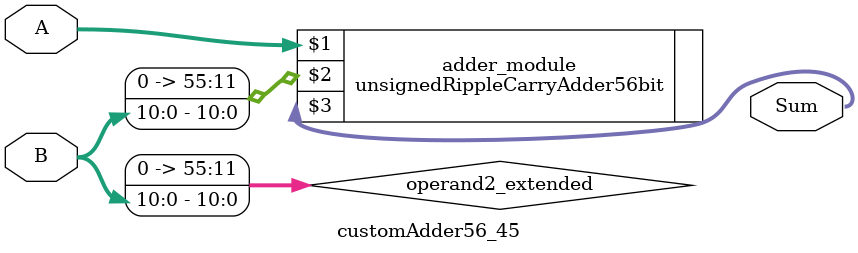
<source format=v>
module customAdder56_45(
                        input [55 : 0] A,
                        input [10 : 0] B,
                        
                        output [56 : 0] Sum
                );

        wire [55 : 0] operand2_extended;
        
        assign operand2_extended =  {45'b0, B};
        
        unsignedRippleCarryAdder56bit adder_module(
            A,
            operand2_extended,
            Sum
        );
        
        endmodule
        
</source>
